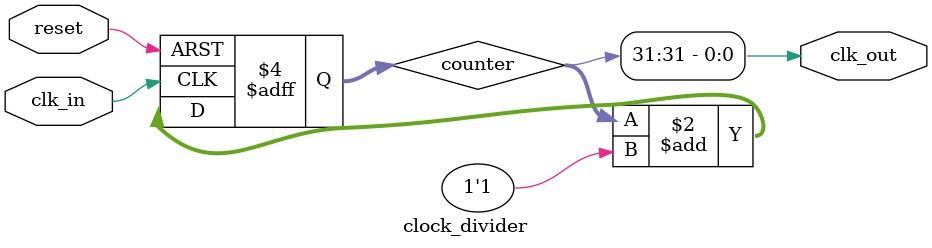
<source format=sv>
module clock_divider(
    input logic clk_in,
    input logic reset,
    output logic clk_out
);
    reg [31:0] counter = 32'd0;
    always_ff @(posedge clk_in or posedge reset) begin
        if (reset)
            counter <= 32'd0;
        else
            counter <= counter + 1'b1;
    end

    assign clk_out = counter[31]; // Divides the clock frequency by 2^32
endmodule

</source>
